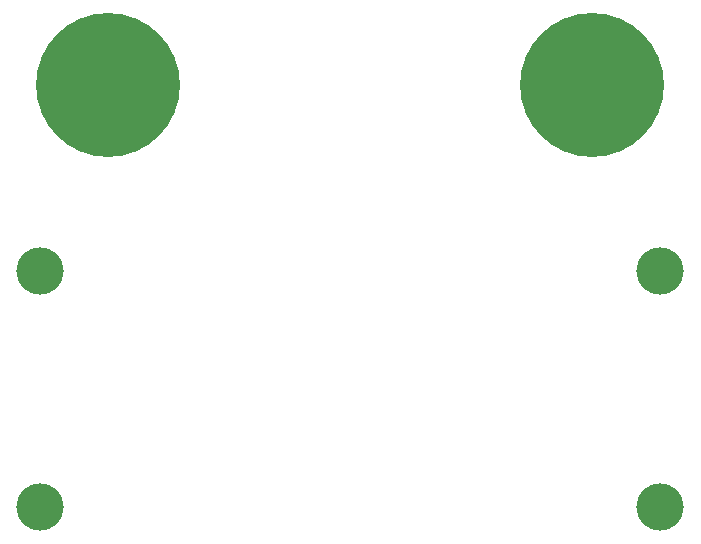
<source format=gbr>
%TF.GenerationSoftware,KiCad,Pcbnew,6.0.2+dfsg-1*%
%TF.CreationDate,2023-05-15T17:13:40+02:00*%
%TF.ProjectId,dclink,64636c69-6e6b-42e6-9b69-6361645f7063,V0*%
%TF.SameCoordinates,Original*%
%TF.FileFunction,Soldermask,Top*%
%TF.FilePolarity,Negative*%
%FSLAX46Y46*%
G04 Gerber Fmt 4.6, Leading zero omitted, Abs format (unit mm)*
G04 Created by KiCad (PCBNEW 6.0.2+dfsg-1) date 2023-05-15 17:13:40*
%MOMM*%
%LPD*%
G01*
G04 APERTURE LIST*
%ADD10C,12.200000*%
%ADD11C,4.000000*%
G04 APERTURE END LIST*
D10*
%TO.C, *%
X129350000Y-86000000D03*
X170350000Y-86000000D03*
%TD*%
D11*
%TO.C, *%
X176100000Y-121800000D03*
X123600000Y-121800000D03*
X176100000Y-101800000D03*
X123600000Y-101800000D03*
%TD*%
M02*

</source>
